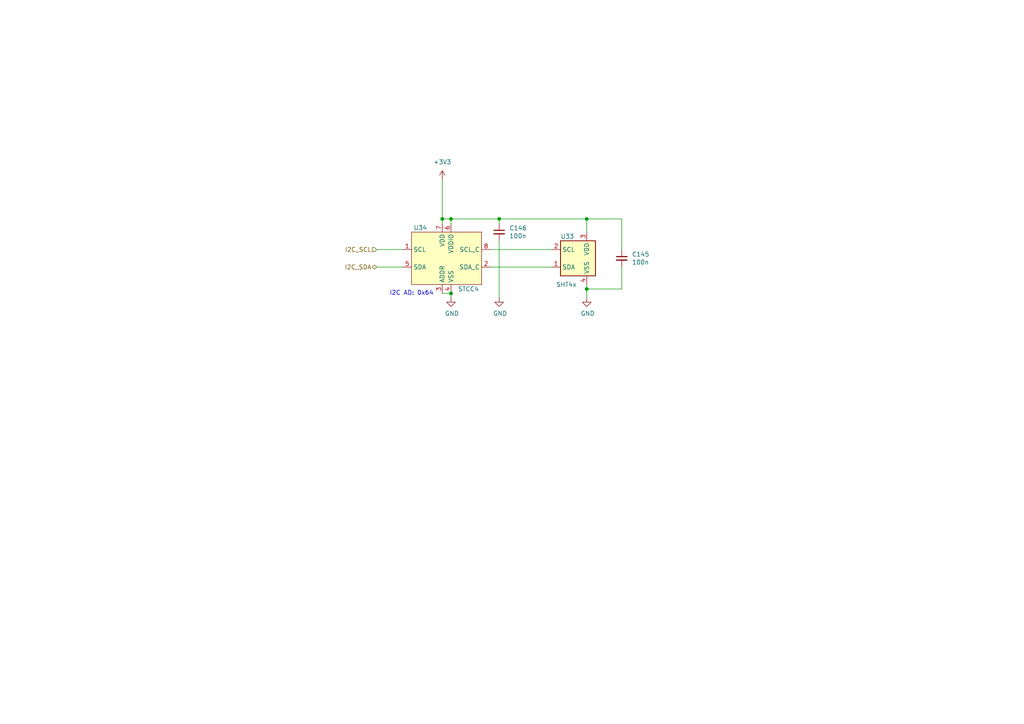
<source format=kicad_sch>
(kicad_sch (version 20250114) (generator "eeschema") (generator_version "9.0")
  (paper "A4")
  (title_block (title "LattePanda_MOKA") (date "2025-12-04") (rev "1.0"))
  (lib_symbols
    (symbol "Device:C_Small" (pin_numbers (hide yes)) (pin_names (offset 0.254) (hide yes))
      (property "Reference" "C" (at 0.254 1.778 0))
      (property "Value" "C_Small" (at 0.254 -2.032 0))
      (symbol "C_Small_0_1"
        (polyline (pts (xy -1.524 0.508) (xy 1.524 0.508)) (stroke (width 0.3048)))
        (polyline (pts (xy -1.524 -0.508) (xy 1.524 -0.508)) (stroke (width 0.3302)))
      )
      (symbol "C_Small_1_1"
        (pin passive line (at 0 2.54 270) (length 2.032) (name "~") (number "1"))
        (pin passive line (at 0 -2.54 90) (length 2.032) (name "~") (number "2"))
      )
    )
    (symbol "EasyEDA:STCC4-D-R3"
      (property "Reference" "U" (at 0 14.986 0))
      (property "Value" "STCC4-D-R3" (at 8.636 -9.144 0))
      (symbol "STCC4-D-R3_0_1"
        (rectangle (start -10.16 7.62) (end 10.16 -7.62) (fill (type background)))
        (pin unspecified line (at -12.7 2.54 0) (length 2.54) (name "SCL") (number "1"))
        (pin unspecified line (at -12.7 -2.54 0) (length 2.54) (name "SDA") (number "5"))
        (pin unspecified line (at -1.27 10.16 270) (length 2.54) (name "VDD") (number "7"))
        (pin unspecified line (at -1.27 -10.16 90) (length 2.54) (name "ADDR") (number "3"))
        (pin unspecified line (at 1.27 10.16 270) (length 2.54) (name "VDDIO") (number "6"))
        (pin unspecified line (at 1.27 -10.16 90) (length 2.54) (name "VSS") (number "4"))
        (pin unspecified line (at 12.7 2.54 180) (length 2.54) (name "SCL_C") (number "8"))
        (pin unspecified line (at 12.7 -2.54 180) (length 2.54) (name "SDA_C") (number "2"))
      )
    )
    (symbol "Sensor_Humidity:SHT4x"
      (property "Reference" "U" (at 0 8.89 0))
      (property "Value" "SHT4x" (at 0 6.35 0))
      (symbol "SHT4x_1_1"
        (rectangle (start -5.08 5.08) (end 5.08 -5.08) (stroke (width 0.254)) (fill (type background)))
        (pin input line (at -7.62 2.54 0) (length 2.54) (name "SCL") (number "2"))
        (pin bidirectional line (at -7.62 -2.54 0) (length 2.54) (name "SDA") (number "1"))
        (pin power_in line (at 2.54 7.62 270) (length 2.54) (name "VDD") (number "3"))
        (pin power_in line (at 2.54 -7.62 90) (length 2.54) (name "VSS") (number "4"))
      )
    )
    (symbol "power:+3V3" (power) (pin_numbers (hide yes)) (pin_names (offset 0) (hide yes))
      (property "Value" "+3V3" (at 0 3.556 0))
      (symbol "+3V3_0_1"
        (polyline (pts (xy -0.762 1.27) (xy 0 2.54)))
        (polyline (pts (xy 0 2.54) (xy 0.762 1.27)))
        (polyline (pts (xy 0 0) (xy 0 2.54)))
      )
      (symbol "+3V3_1_1"
        (pin power_in line (at 0 0 90) (length 0) (name "~") (number "1"))
      )
    )
    (symbol "power:GND" (power) (pin_numbers (hide yes)) (pin_names (offset 0) (hide yes))
      (property "Value" "GND" (at 0 -3.81 0))
      (symbol "GND_0_1"
        (polyline (pts (xy 0 0) (xy 0 -1.27) (xy 1.27 -1.27) (xy 0 -2.54) (xy -1.27 -1.27) (xy 0 -1.27)))
      )
      (symbol "GND_1_1"
        (pin power_in line (at 0 0 270) (length 0) (name "~") (number "1"))
      )
    )
  )
  (text "I2C AD: 0x64" (at 119.38 85.09 0) (effects (font (size 1.27 1.27))))
  (junction (at 128.27 63.5))
  (junction (at 170.18 83.82))
  (junction (at 170.18 63.5))
  (junction (at 144.78 63.5))
  (junction (at 130.81 85.09))
  (junction (at 130.81 63.5))
  (wire (pts (xy 109.22 77.47) (xy 116.84 77.47)))
  (wire (pts (xy 130.81 63.5) (xy 128.27 63.5)))
  (wire (pts (xy 170.18 67.31) (xy 170.18 63.5)))
  (wire (pts (xy 128.27 85.09) (xy 130.81 85.09)))
  (wire (pts (xy 144.78 63.5) (xy 170.18 63.5)))
  (wire (pts (xy 144.78 64.77) (xy 144.78 63.5)))
  (wire (pts (xy 142.24 77.47) (xy 160.02 77.47)))
  (wire (pts (xy 128.27 52.07) (xy 128.27 63.5)))
  (wire (pts (xy 128.27 63.5) (xy 128.27 64.77)))
  (wire (pts (xy 180.34 77.47) (xy 180.34 83.82)))
  (wire (pts (xy 180.34 72.39) (xy 180.34 63.5)))
  (wire (pts (xy 144.78 86.36) (xy 144.78 69.85)))
  (wire (pts (xy 130.81 64.77) (xy 130.81 63.5)))
  (wire (pts (xy 109.22 72.39) (xy 116.84 72.39)))
  (wire (pts (xy 180.34 63.5) (xy 170.18 63.5)))
  (wire (pts (xy 170.18 83.82) (xy 170.18 82.55)))
  (wire (pts (xy 130.81 63.5) (xy 144.78 63.5)))
  (wire (pts (xy 180.34 83.82) (xy 170.18 83.82)))
  (wire (pts (xy 170.18 86.36) (xy 170.18 83.82)))
  (wire (pts (xy 130.81 86.36) (xy 130.81 85.09)))
  (wire (pts (xy 142.24 72.39) (xy 160.02 72.39)))
  (hierarchical_label "I2C_SCL" (shape input) (at 109.22 72.39 180))
  (hierarchical_label "I2C_SDA" (shape bidirectional) (at 109.22 77.47 180))
  (symbol (lib_id "Device:C_Small") (at 180.34 74.93 0) (unit 1)
    (property "Reference" "C145" (at 183.261 73.7616 0) (effects (justify left)))
    (property "Value" "100n" (at 183.261 76.073 0) (effects (justify left)))
    (property "Footprint" "Capacitor_SMD:C_0402_1005Metric" (effects (hide yes)))
    (property "Description" "Unpolarized capacitor, small symbol" (effects (hide yes)))
    (property "Field4" "Farnell" (effects (hide yes)))
    (property "Field5" "2611911" (effects (hide yes)))
    (property "Field6" "RM EMK105 B7104KV-F" (effects (hide yes)))
    (property "Field7" "TAIYO YUDEN EUROPE GMBH" (effects (hide yes)))
    (property "Part Description" "	0.1uF 10% 16V Ceramic Capacitor X7R 0402 (1005 Metric)" (effects (hide yes)))
    (property "Field8" "110091611" (effects (hide yes)))
  )
  (symbol (lib_id "Sensor_Humidity:SHT4x") (at 167.64 74.93 0) (unit 1)
    (property "Reference" "U33" (at 162.56 68.58 0) (effects (justify left)))
    (property "Value" "SHT4x" (at 161.29 82.55 0) (effects (justify left)))
    (property "Footprint" "Sensor_Humidity:Sensirion_DFN-4_1.5x1.5mm_P0.8mm_SHT4x_NoCentralPad" (effects (hide yes)))
    (property "Datasheet" "https://sensirion.com/media/documents/33FD6951/624C4357/Datasheet_SHT4x.pdf" (effects (hide yes)))
    (property "Description" "Digital Humidity and Temperature Sensor, ±1%RH, ±0.1°C, I2C, 1.08-3.6V, 16bit, DFN-4" (effects (hide yes)))
  )
  (symbol (lib_id "power:+3V3") (at 128.27 52.07 0) (unit 1)
    (property "Reference" "#PWR0127" (effects (hide yes)))
    (property "Value" "+3V3" (at 128.27 46.99 0))
  )
  (symbol (lib_id "power:GND") (at 130.81 86.36 0) (mirror y) (unit 1)
    (property "Reference" "#PWR0445" (effects (hide yes)))
    (property "Value" "GND" (at 129.032 90.932 0) (effects (justify right)))
  )
  (symbol (lib_id "power:GND") (at 170.18 86.36 0) (mirror y) (unit 1)
    (property "Reference" "#PWR0446" (effects (hide yes)))
    (property "Value" "GND" (at 168.402 90.932 0) (effects (justify right)))
  )
  (symbol (lib_id "EasyEDA:STCC4-D-R3") (at 129.54 74.93 0) (unit 1)
    (property "Reference" "U34" (at 121.92 66.04 0))
    (property "Value" "STCC4" (at 135.89 83.82 0))
    (property "Footprint" "EasyEDA:LAG-8_L4.0-W3.0-P1.15-TL" (effects (hide yes)))
    (property "LCSC Part" "C49191471" (effects (hide yes)))
  )
  (symbol (lib_id "Device:C_Small") (at 144.78 67.31 0) (unit 1)
    (property "Reference" "C146" (at 147.701 66.1416 0) (effects (justify left)))
    (property "Value" "100n" (at 147.701 68.453 0) (effects (justify left)))
    (property "Footprint" "Capacitor_SMD:C_0402_1005Metric" (effects (hide yes)))
    (property "Description" "Unpolarized capacitor, small symbol" (effects (hide yes)))
    (property "Field4" "Farnell" (effects (hide yes)))
    (property "Field5" "2611911" (effects (hide yes)))
    (property "Field6" "RM EMK105 B7104KV-F" (effects (hide yes)))
    (property "Field7" "TAIYO YUDEN EUROPE GMBH" (effects (hide yes)))
    (property "Part Description" "	0.1uF 10% 16V Ceramic Capacitor X7R 0402 (1005 Metric)" (effects (hide yes)))
    (property "Field8" "110091611" (effects (hide yes)))
  )
  (symbol (lib_id "power:GND") (at 144.78 86.36 0) (mirror y) (unit 1)
    (property "Reference" "#PWR0448" (effects (hide yes)))
    (property "Value" "GND" (at 143.002 90.932 0) (effects (justify right)))
  )
)
</source>
